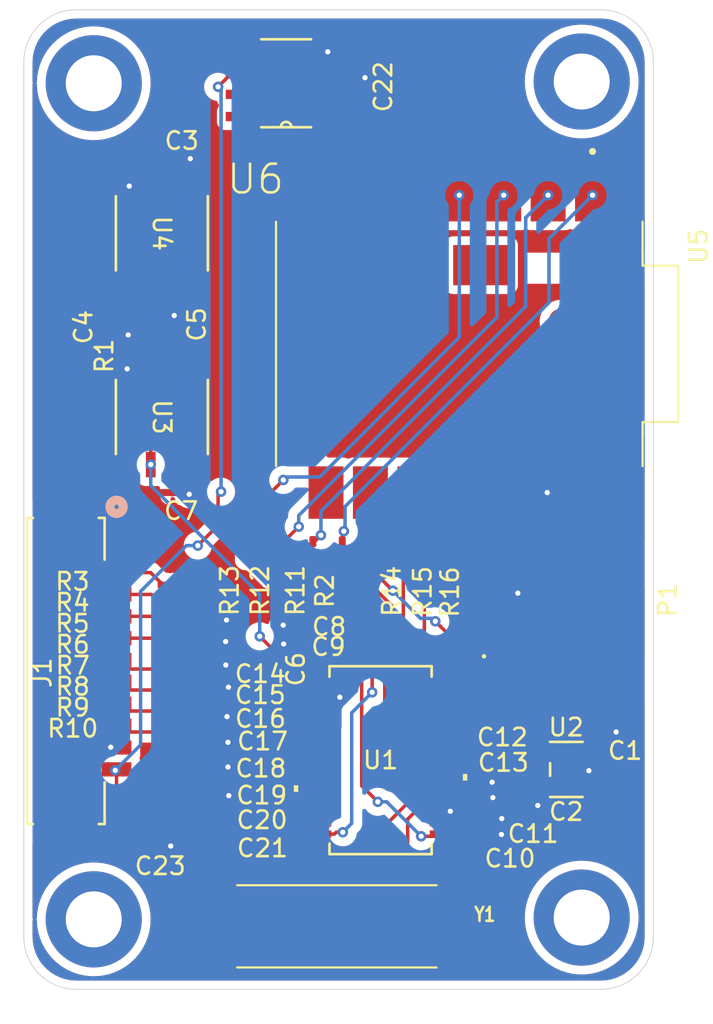
<source format=kicad_pcb>
(kicad_pcb (version 20240108) (generator "pcbnew") (generator_version "8.0")
  (layers (0 "F.Cu" signal) (31 "B.Cu" signal) (34 "B.Paste" user) (35 "F.Paste" user) (36 "B.SilkS" user "B.Silkscreen") (37 "F.SilkS" user "F.Silkscreen") (38 "B.Mask" user) (39 "F.Mask" user) (44 "Edge.Cuts" user))
  (net 0 "")
  (net 1 "Earth")
  (net 2 "5VCC")
  (net 3 "REF3.3")
  (net 4 "Net-(U4-TRIM{slash}NR)")
  (net 5 "Net-(U3-IN+)")
  (net 6 "REF2.5")
  (net 7 "/XTAL1")
  (net 8 "/XTAL2")
  (net 9 "/S1+")
  (net 10 "/S1-")
  (net 11 "/S2+")
  (net 12 "/S2-")
  (net 13 "/S3+")
  (net 14 "/S3-")
  (net 15 "/S4+")
  (net 16 "/S4-")
  (net 17 "5BVCC")
  (net 18 "Net-(J1-Pad3)")
  (net 19 "Net-(J1-Pad4)")
  (net 20 "Net-(J1-Pad5)")
  (net 21 "Net-(J1-Pad1)")
  (net 22 "Net-(J1-Pad6)")
  (net 23 "Net-(J1-Pad7)")
  (net 24 "Net-(J1-Pad8)")
  (net 25 "Net-(J1-Pad2)")
  (net 26 "Net-(U4-VOUT)")
  (net 27 "Net-(U5-A0{slash}D0)")
  (net 28 "/DRDY")
  (net 29 "Net-(U5-A1{slash}D1)")
  (net 30 "/CS")
  (net 31 "/SYNC{slash}PDWN")
  (net 32 "Net-(U5-A2{slash}D2)")
  (net 33 "Net-(U5-A3{slash}D3)")
  (net 34 "/RESET")
  (net 35 "Net-(U5-D8{slash}SCK)")
  (net 36 "/SCLK")
  (net 37 "Net-(U5-D9{slash}MISO)")
  (net 38 "/DOUT")
  (net 39 "/DIN")
  (net 40 "Net-(U5-D10{slash}MOSI)")
  (footprint "daFootprints:ADP151AUJZ-3P0-R7" (layer "F.Cu") (at 201.02 123.43 180)
    (property "Reference" "U2")
    (property "Value" "ADP151AUJZ-3.0-R7" (hide yes))
  )
  (footprint "Capacitor_SMD:C_0201_0603Metric_Pad0.64x0.40mm_HandSolder" (layer "F.Cu") (at 181.1475 116.2)
    (property "Reference" "C15")
    (property "Value" "1u")
  )
  (footprint "daFootprintsBX:SOIC127P600X175-8N" (layer "F.Cu") (at 185 84.2 180)
    (property "Reference" "U6")
    (property "Value" "LT1461AIS8-5-PBF" (hide yes))
  )
  (footprint "Resistor_SMD:R_0201_0603Metric_Pad0.64x0.40mm_HandSolder" (layer "F.Cu") (at 182.77 110.81 90)
    (property "Reference" "R13")
    (property "Value" "100")
  )
  (footprint "Resistor_SMD:R_0201_0603Metric_Pad0.64x0.40mm_HandSolder" (layer "F.Cu") (at 178.39 118.89)
    (property "Reference" "R8")
    (property "Value" "1k")
  )
  (footprint "Resistor_SMD:R_0201_0603Metric_Pad0.64x0.40mm_HandSolder" (layer "F.Cu") (at 177.3 98 -90)
    (property "Reference" "R1")
    (property "Value" "10k")
  )
  (footprint "Capacitor_SMD:C_0201_0603Metric_Pad0.64x0.40mm_HandSolder" (layer "F.Cu") (at 185.3875 116.29)
    (property "Reference" "C9")
    (property "Value" "100n")
  )
  (footprint "Capacitor_SMD:C_0201_0603Metric_Pad0.64x0.40mm_HandSolder" (layer "F.Cu") (at 203.32 121.38 180)
    (property "Reference" "C1")
    (property "Value" "1u")
  )
  (footprint "daFootprints:XTAL_ABLS-8.000MHZ-K4T" (layer "F.Cu") (at 187.9 132.4 180)
    (property "Reference" "Y1")
    (property "Value" "ABLS-8MHZ-K4T" (hide yes))
  )
  (footprint "Capacitor_SMD:C_0201_0603Metric_Pad0.64x0.40mm_HandSolder" (layer "F.Cu") (at 179 107.6 180)
    (property "Reference" "C7")
    (property "Value" "100n")
  )
  (footprint "Capacitor_SMD:C_0201_0603Metric_Pad0.64x0.40mm_HandSolder" (layer "F.Cu") (at 185.4225 115.14)
    (property "Reference" "C8")
    (property "Value" "10u")
  )
  (footprint "Resistor_SMD:R_0201_0603Metric_Pad0.64x0.40mm_HandSolder" (layer "F.Cu") (at 193.26 110.9 -90)
    (property "Reference" "R16")
    (property "Value" "100")
  )
  (footprint "MountingHole:MountingHole_3.2mm_M3_ISO14580_Pad_TopBottom" (layer "F.Cu") (at 174 84.2)
    (property "Reference" "H2" (hide yes))
    (property "Value" "MountingHole" (hide yes))
  )
  (footprint "daFootprintsBX:JST_S2B-PH-SM4-TB" (layer "F.Cu") (at 197.915 115.06 -90)
    (property "Reference" "P1")
    (property "Value" "S2B-PH-SM4-TB")
  )
  (footprint "MountingHole:MountingHole_3.2mm_M3_ISO14580_Pad_TopBottom" (layer "F.Cu") (at 201.9 131.9)
    (property "Reference" "H4" (hide yes))
    (property "Value" "MountingHole" (hide yes))
  )
  (footprint "MountingHole:MountingHole_3.2mm_M3_ISO14580_Pad_TopBottom" (layer "F.Cu") (at 201.9 84.1)
    (property "Reference" "H1" (hide yes))
    (property "Value" "MountingHole" (hide yes))
  )
  (footprint "Capacitor_SMD:C_0201_0603Metric_Pad0.64x0.40mm_HandSolder" (layer "F.Cu") (at 179 88.5 180)
    (property "Reference" "C3")
    (property "Value" "1u")
  )
  (footprint "daFootprints:OPA350UA" (layer "F.Cu") (at 177.895 103.278652 -90)
    (property "Reference" "U3")
    (property "Value" "OPA350UA" (hide yes))
  )
  (footprint "daFootprints:CONN_532610001" (layer "F.Cu") (at 172.4 117.8 90)
    (property "Reference" "J1")
    (property "Value" "532611071")
  )
  (footprint "Capacitor_SMD:C_0201_0603Metric_Pad0.64x0.40mm_HandSolder" (layer "F.Cu") (at 177.8 127.9 180)
    (property "Reference" "C23")
    (property "Value" "1u")
  )
  (footprint "Capacitor_SMD:C_0201_0603Metric_Pad0.64x0.40mm_HandSolder" (layer "F.Cu") (at 181.27 124.96)
    (property "Reference" "C21")
    (property "Value" "1u")
  )
  (footprint "Resistor_SMD:R_0201_0603Metric_Pad0.64x0.40mm_HandSolder" (layer "F.Cu") (at 178.39 117.69)
    (property "Reference" "R7")
    (property "Value" "1k")
  )
  (footprint "Resistor_SMD:R_0201_0603Metric_Pad0.64x0.40mm_HandSolder" (layer "F.Cu") (at 189.93 110.85 -90)
    (property "Reference" "R14")
    (property "Value" "100")
  )
  (footprint "Capacitor_SMD:C_0201_0603Metric_Pad0.64x0.40mm_HandSolder" (layer "F.Cu") (at 196.8325 127.07 180)
    (property "Reference" "C10")
    (property "Value" "10u")
  )
  (footprint "Capacitor_SMD:C_0201_0603Metric_Pad0.64x0.40mm_HandSolder" (layer "F.Cu") (at 181.28 118.85)
    (property "Reference" "C17")
    (property "Value" "1u")
  )
  (footprint "MountingHole:MountingHole_3.2mm_M3_ISO14580_Pad_TopBottom" (layer "F.Cu") (at 174 132)
    (property "Reference" "H3" (hide yes))
    (property "Value" "MountingHole" (hide yes))
  )
  (footprint "Capacitor_SMD:C_0201_0603Metric_Pad0.64x0.40mm_HandSolder" (layer "F.Cu") (at 196.8425 126.11 180)
    (property "Reference" "C11")
    (property "Value" "100n")
  )
  (footprint "Resistor_SMD:R_0201_0603Metric_Pad0.64x0.40mm_HandSolder" (layer "F.Cu") (at 178.39 120.09)
    (property "Reference" "R9")
    (property "Value" "1k")
  )
  (footprint "Capacitor_SMD:C_0201_0603Metric_Pad0.64x0.40mm_HandSolder" (layer "F.Cu") (at 181.25 123.35)
    (property "Reference" "C20")
    (property "Value" "1u")
  )
  (footprint "daFootprints:102010448" (layer "F.Cu") (at 194.9 99.1 -90)
    (property "Reference" "U5")
    (property "Value" "102010448" (hide yes))
  )
  (footprint "Resistor_SMD:R_0201_0603Metric_Pad0.64x0.40mm_HandSolder" (layer "F.Cu") (at 188.21 110.83 90)
    (property "Reference" "R2")
    (property "Value" "100")
  )
  (footprint "Resistor_SMD:R_0201_0603Metric_Pad0.64x0.40mm_HandSolder" (layer "F.Cu") (at 191.7 110.87 -90)
    (property "Reference" "R15")
    (property "Value" "100")
  )
  (footprint "Capacitor_SMD:C_0201_0603Metric_Pad0.64x0.40mm_HandSolder" (layer "F.Cu") (at 185.19 120.09 -90)
    (property "Reference" "C6")
    (property "Value" "100n")
  )
  (footprint "Capacitor_SMD:C_0201_0603Metric_Pad0.64x0.40mm_HandSolder" (layer "F.Cu") (at 189.5 84.4 -90)
    (property "Reference" "C22")
    (property "Value" "1u")
  )
  (footprint "Resistor_SMD:R_0201_0603Metric_Pad0.64x0.40mm_HandSolder" (layer "F.Cu") (at 178.375 112.89)
    (property "Reference" "R3")
    (property "Value" "1k")
  )
  (footprint "Capacitor_SMD:C_0201_0603Metric_Pad0.64x0.40mm_HandSolder" (layer "F.Cu") (at 181.16 117.56)
    (property "Reference" "C16")
    (property "Value" "1u")
  )
  (footprint "Capacitor_SMD:C_0201_0603Metric_Pad0.64x0.40mm_HandSolder" (layer "F.Cu") (at 196.3 125.01 180)
    (property "Reference" "C13")
    (property "Value" "18p")
  )
  (footprint "Resistor_SMD:R_0201_0603Metric_Pad0.64x0.40mm_HandSolder" (layer "F.Cu") (at 178.375 114.09)
    (property "Reference" "R4")
    (property "Value" "1k")
  )
  (footprint "Capacitor_SMD:C_0201_0603Metric_Pad0.64x0.40mm_HandSolder" (layer "F.Cu") (at 181.18 120.4)
    (property "Reference" "C18")
    (property "Value" "1u")
  )
  (footprint "Resistor_SMD:R_0201_0603Metric_Pad0.64x0.40mm_HandSolder" (layer "F.Cu") (at 178.3825 116.49)
    (property "Reference" "R6")
    (property "Value" "1k")
  )
  (footprint "Resistor_SMD:R_0201_0603Metric_Pad0.64x0.40mm_HandSolder" (layer "F.Cu") (at 186.53 110.81 90)
    (property "Reference" "R11")
    (property "Value" "100")
  )
  (footprint "Resistor_SMD:R_0201_0603Metric_Pad0.64x0.40mm_HandSolder" (layer "F.Cu") (at 178.375 115.29)
    (property "Reference" "R5")
    (property "Value" "1k")
  )
  (footprint "Capacitor_SMD:C_0201_0603Metric_Pad0.64x0.40mm_HandSolder" (layer "F.Cu") (at 181.1475 115)
    (property "Reference" "C14")
    (property "Value" "1u")
  )
  (footprint "daFootprints:REF5025AIDR" (layer "F.Cu") (at 177.895 92.778652 -90)
    (property "Reference" "U4")
    (property "Value" "REF5025AIDR" (hide yes))
  )
  (footprint "Capacitor_SMD:C_0201_0603Metric_Pad0.64x0.40mm_HandSolder" (layer "F.Cu") (at 178.6 98 -90)
    (property "Reference" "C5")
    (property "Value" "1u")
  )
  (footprint "Capacitor_SMD:C_0201_0603Metric_Pad0.64x0.40mm_HandSolder" (layer "F.Cu") (at 196.32 124.17 180)
    (property "Reference" "C12")
    (property "Value" "18p")
  )
  (footprint "Resistor_SMD:R_0201_0603Metric_Pad0.64x0.40mm_HandSolder" (layer "F.Cu") (at 184.51 110.81 90)
    (property "Reference" "R12")
    (property "Value" "100")
  )
  (footprint "daFootprints:ADS1256IDBR" (layer "F.Cu") (at 190.4 122.9)
    (property "Reference" "U1")
    (property "Value" "ADS1256IDBR" (hide yes))
  )
  (footprint "Capacitor_SMD:C_0201_0603Metric_Pad0.64x0.40mm_HandSolder" (layer "F.Cu") (at 198.91 125.54 180)
    (property "Reference" "C2")
    (property "Value" "1u")
  )
  (footprint "Resistor_SMD:R_0201_0603Metric_Pad0.64x0.40mm_HandSolder" (layer "F.Cu") (at 178.39 121.29)
    (property "Reference" "R10")
    (property "Value" "1k")
  )
  (footprint "Capacitor_SMD:C_0201_0603Metric_Pad0.64x0.40mm_HandSolder" (layer "F.Cu") (at 176 98 90)
    (property "Reference" "C4")
    (property "Value" "1u")
  )
  (footprint "Capacitor_SMD:C_0201_0603Metric_Pad0.64x0.40mm_HandSolder" (layer "F.Cu") (at 181.23 121.94)
    (property "Reference" "C19")
    (property "Value" "1u")
  )
  (gr_arc (start 173 136) (mid 170.87868 135.12132) (end 170 133) (stroke (width 0.05)) (layer "Edge.Cuts"))
  (gr_line (start 206 83) (end 206 133) (stroke (width 0.05)) (layer "Edge.Cuts"))
  (gr_line (start 173 80) (end 203 80) (stroke (width 0.05)) (layer "Edge.Cuts"))
  (gr_line (start 203 136) (end 173 136) (stroke (width 0.05)) (layer "Edge.Cuts"))
  (gr_arc (start 203 80) (mid 205.12132 80.87868) (end 206 83) (stroke (width 0.05)) (layer "Edge.Cuts"))
  (gr_line (start 170 133) (end 170 83) (stroke (width 0.05)) (layer "Edge.Cuts"))
  (gr_arc (start 170 83) (mid 170.87868 80.87868) (end 173 80) (stroke (width 0.05)) (layer "Edge.Cuts"))
  (gr_arc (start 206 133) (mid 205.12132 135.12132) (end 203 136) (stroke (width 0.05)) (layer "Edge.Cuts"))
  (segment (start 187.395 119.975) (end 188.07 119.3) (width 0.2) (layer "F.Cu") (net 1))
  (segment (start 186.7678 121.274999) (end 187.787699 121.274999) (width 0.2) (layer "F.Cu") (net 1))
  (segment (start 185.19 119.6825) (end 186.4753 119.6825) (width 0.2) (layer "F.Cu") (net 1))
  (segment (start 188.07 120.992698) (end 188.07 119.3) (width 0.2) (layer "F.Cu") (net 1))
  (segment (start 188.044999 119.325001) (end 188.07 119.3) (width 0.2) (layer "F.Cu") (net 1))
  (segment (start 186.7678 119.325001) (end 188.044999 119.325001) (width 0.2) (layer "F.Cu") (net 1))
  (segment (start 186.4753 119.6825) (end 186.7678 119.975) (width 0.2) (layer "F.Cu") (net 1))
  (segment (start 186.7678 119.975) (end 187.395 119.975) (width 0.2) (layer "F.Cu") (net 1))
  (segment (start 187.787699 121.274999) (end 188.07 120.992698) (width 0.2) (layer "F.Cu") (net 1))
  (via blind (at 199.39 125.49) (size 0.6) (drill 0.3) (layers "F.Cu" "B.Cu") (net 1))
  (via blind (at 174.97 122.16) (size 0.6) (drill 0.3) (layers "F.Cu" "B.Cu") (net 1))
  (via blind (at 181.7025 118.73) (size 0.6) (drill 0.3) (layers "F.Cu" "B.Cu") (net 1))
  (via blind (at 181.6725 121.88) (size 0.6) (drill 0.3) (layers "F.Cu" "B.Cu") (net 1))
  (via blind (at 199.93 107.6) (size 0.6) (drill 0.3) (layers "F.Cu" "B.Cu") (net 1))
  (via blind (at 184.8575 116.26) (size 0.6) (drill 0.3) (layers "F.Cu" "B.Cu") (net 1))
  (via blind (at 181.54 116.12) (size 0.6) (drill 0.3) (layers "F.Cu" "B.Cu") (net 1))
  (via blind (at 181.7225 124.93) (size 0.6) (drill 0.3) (layers "F.Cu" "B.Cu") (net 1))
  (via blind (at 178.4 127.81) (size 0.6) (drill 0.3) (layers "F.Cu" "B.Cu") (net 1))
  (via blind (at 194.39 125.82) (size 0.6) (drill 0.3) (layers "F.Cu" "B.Cu") (net 1))
  (via blind (at 188.07 119.3) (size 0.6) (drill 0.3) (layers "F.Cu" "B.Cu") (net 1))
  (via blind (at 189.51 83.88) (size 0.6) (drill 0.3) (layers "F.Cu" "B.Cu") (net 1))
  (via blind (at 181.5525 117.46) (size 0.6) (drill 0.3) (layers "F.Cu" "B.Cu") (net 1))
  (via blind (at 181.6725 123.29) (size 0.6) (drill 0.3) (layers "F.Cu" "B.Cu") (net 1))
  (via blind (at 178.6 97.48) (size 0.6) (drill 0.3) (layers "F.Cu" "B.Cu") (net 1))
  (via blind (at 176.03 90.08) (size 0.6) (drill 0.3) (layers "F.Cu" "B.Cu") (net 1))
  (via blind (at 196.78 124.16) (size 0.6) (drill 0.3) (layers "F.Cu" "B.Cu") (net 1))
  (via blind (at 179.52 88.51) (size 0.6) (drill 0.3) (layers "F.Cu" "B.Cu") (net 1))
  (via blind (at 175.91 100.53) (size 0.6) (drill 0.3) (layers "F.Cu" "B.Cu") (net 1))
  (via blind (at 187.38 82.4) (size 0.6) (drill 0.3) (layers "F.Cu" "B.Cu") (net 1))
  (via blind (at 196.82 125.04) (size 0.6) (drill 0.3) (layers "F.Cu" "B.Cu") (net 1))
  (via blind (at 197.33 126.24) (size 0.6) (drill 0.3) (layers "F.Cu" "B.Cu") (net 1))
  (via blind (at 179.46 107.7) (size 0.6) (drill 0.3) (layers "F.Cu" "B.Cu") (net 1))
  (via blind (at 181.59 114.89) (size 0.6) (drill 0.3) (layers "F.Cu" "B.Cu") (net 1))
  (via blind (at 175.97 98.59) (size 0.6) (drill 0.3) (layers "F.Cu" "B.Cu") (net 1))
  (via blind (at 184.8325 115.18) (size 0.6) (drill 0.3) (layers "F.Cu" "B.Cu") (net 1))
  (via blind (at 181.619039 120.409428) (size 0.6) (drill 0.3) (layers "F.Cu" "B.Cu") (net 1))
  (via blind (at 198.25 113.35) (size 0.6) (drill 0.3) (layers "F.Cu" "B.Cu") (net 1))
  (via blind (at 197.31 127.15) (size 0.6) (drill 0.3) (layers "F.Cu" "B.Cu") (net 1))
  (via blind (at 202.31 123.5) (size 0.6) (drill 0.3) (layers "F.Cu" "B.Cu") (net 1))
  (via blind (at 203.87 121.29) (size 0.6) (drill 0.3) (layers "F.Cu" "B.Cu") (net 1))
  (segment (start 196.425 127.07) (end 196.425 126.12) (width 0.2) (layer "F.Cu") (net 3))
  (segment (start 196.435 126.039044) (end 196.934044 125.54) (width 0.2) (layer "F.Cu") (net 3))
  (segment (start 196.934044 125.54) (end 198.5025 125.54) (width 0.2) (layer "F.Cu") (net 3))
  (segment (start 196.435 126.11) (end 196.435 126.039044) (width 0.2) (layer "F.Cu") (net 3))
  (segment (start 198.5025 125.469044) (end 198.5025 125.54) (width 0.2) (layer "F.Cu") (net 3))
  (segment (start 194.0322 126.474999) (end 196.070001 126.474999) (width 0.2) (layer "F.Cu") (net 3))
  (segment (start 196.070001 126.474999) (end 196.435 126.11) (width 0.2) (layer "F.Cu") (net 3))
  (segment (start 199.746449 124.380001) (end 199.591543 124.380001) (width 0.2) (layer "F.Cu") (net 3))
  (segment (start 199.591543 124.380001) (end 198.5025 125.469044) (width 0.2) (layer "F.Cu") (net 3))
  (segment (start 196.425 126.12) (end 196.435 126.11) (width 0.2) (layer "F.Cu") (net 3))
  (segment (start 175.99 97.5825) (end 176 97.5925) (width 0.2) (layer "F.Cu") (net 4))
  (segment (start 175.99 95.5) (end 175.99 97.5825) (width 0.2) (layer "F.Cu") (net 4))
  (segment (start 177.26 100.557304) (end 177.26 98.4475) (width 0.2) (layer "F.Cu") (net 5))
  (segment (start 177.3 98.4075) (end 178.6 98.4075) (width 0.2) (layer "F.Cu") (net 5))
  (segment (start 177.26 98.4475) (end 177.3 98.4075) (width 0.2) (layer "F.Cu") (net 5))
  (segment (start 185.119044 120.4975) (end 184.16 119.538456) (width 0.2) (layer "F.Cu") (net 6))
  (segment (start 185.19 120.4975) (end 186.640299 120.4975) (width 0.2) (layer "F.Cu") (net 6))
  (segment (start 178.53 103.35) (end 178.53 100.557304) (width 0.2) (layer "F.Cu") (net 6))
  (segment (start 184.16 119.538456) (end 184.16 116.49) (width 0.2) (layer "F.Cu") (net 6))
  (segment (start 186.640299 120.4975) (end 186.7678 120.625001) (width 0.2) (layer "F.Cu") (net 6))
  (segment (start 184.16 116.49) (end 183.49 115.82) (width 0.2) (layer "F.Cu") (net 6))
  (segment (start 177.26 104.62) (end 178.53 103.35) (width 0.2) (layer "F.Cu") (net 6))
  (segment (start 177.26 106) (end 177.26 104.62) (width 0.2) (layer "F.Cu") (net 6))
  (segment (start 178.47 100.617304) (end 178.53 100.557304) (width 0.2) (layer "F.Cu") (net 6))
  (segment (start 185.19 120.4975) (end 185.119044 120.4975) (width 0.2) (layer "F.Cu") (net 6))
  (via blind (at 183.49 115.82) (size 0.6) (drill 0.3) (layers "F.Cu" "B.Cu") (net 6))
  (via blind (at 177.26 106) (size 0.6) (drill 0.3) (layers "F.Cu" "B.Cu") (net 6))
  (segment (start 183.49 115.82) (end 183.49 113.43) (width 0.2) (layer "B.Cu") (net 6))
  (segment (start 183.49 113.43) (end 177.26 107.2) (width 0.2) (layer "B.Cu") (net 6))
  (segment (start 177.26 107.2) (end 177.26 106) (width 0.2) (layer "B.Cu") (net 6))
  (segment (start 192.774999 124.525001) (end 194.0322 124.525001) (width 0.2) (layer "F.Cu") (net 7))
  (segment (start 195.9125 124.17) (end 195.557499 124.525001) (width 0.2) (layer "F.Cu") (net 7))
  (segment (start 195.557499 124.525001) (end 194.0322 124.525001) (width 0.2) (layer "F.Cu") (net 7))
  (segment (start 183.15 132.4) (end 184.9 132.4) (width 0.2) (layer "F.Cu") (net 7))
  (segment (start 184.9 132.4) (end 192.774999 124.525001) (width 0.2) (layer "F.Cu") (net 7))
  (segment (start 195.8925 125.01) (end 195.727501 125.174999) (width 0.2) (layer "F.Cu") (net 8))
  (segment (start 192.65 132.4) (end 191.95 131.7) (width 0.2) (layer "F.Cu") (net 8))
  (segment (start 191.95 126.271801) (end 193.046802 125.174999) (width 0.2) (layer "F.Cu") (net 8))
  (segment (start 191.95 131.7) (end 191.95 126.271801) (width 0.2) (layer "F.Cu") (net 8))
  (segment (start 195.727501 125.174999) (end 194.0322 125.174999) (width 0.2) (layer "F.Cu") (net 8))
  (segment (start 193.046802 125.174999) (end 194.0322 125.174999) (width 0.2) (layer "F.Cu") (net 8))
  (segment (start 183.76 117.49) (end 183.76 119.953456) (width 0.2) (layer "F.Cu") (net 9))
  (segment (start 180.74 115) (end 180.74 115.08) (width 0.2) (layer "F.Cu") (net 9))
  (segment (start 178.7825 113.0425) (end 178.7825 112.89) (width 0.2) (layer "F.Cu") (net 9))
  (segment (start 181.77 115.5) (end 183.76 117.49) (width 0.2) (layer "F.Cu") (net 9))
  (segment (start 180.74 115) (end 178.7825 113.0425) (width 0.2) (layer "F.Cu") (net 9))
  (segment (start 181.16 115.5) (end 181.77 115.5) (width 0.2) (layer "F.Cu") (net 9))
  (segment (start 185.731545 121.925001) (end 186.7678 121.925001) (width 0.2) (layer "F.Cu") (net 9))
  (segment (start 183.76 119.953456) (end 185.731545 121.925001) (width 0.2) (layer "F.Cu") (net 9))
  (segment (start 180.74 115.08) (end 181.16 115.5) (width 0.2) (layer "F.Cu") (net 9))
  (segment (start 180.74 116.2) (end 180.74 116.399999) (width 0.2) (layer "F.Cu") (net 10))
  (segment (start 181.83 116.86) (end 183.36 118.39) (width 0.2) (layer "F.Cu") (net 10))
  (segment (start 185.782399 122.574999) (end 186.7678 122.574999) (width 0.2) (layer "F.Cu") (net 10))
  (segment (start 180.74 116.399999) (end 181.200001 116.86) (width 0.2) (layer "F.Cu") (net 10))
  (segment (start 183.36 120.1526) (end 185.782399 122.574999) (width 0.2) (layer "F.Cu") (net 10))
  (segment (start 180.74 116.2) (end 178.7825 114.2425) (width 0.2) (layer "F.Cu") (net 10))
  (segment (start 183.36 118.39) (end 183.36 120.1526) (width 0.2) (layer "F.Cu") (net 10))
  (segment (start 181.200001 116.86) (end 181.83 116.86) (width 0.2) (layer "F.Cu") (net 10))
  (segment (start 178.7825 114.2425) (end 178.7825 114.09) (width 0.2) (layer "F.Cu") (net 10))
  (segment (start 180.7525 117.56) (end 178.7825 115.59) (width 0.2) (layer "F.Cu") (net 11))
  (segment (start 180.95 118.13) (end 180.7525 117.9325) (width 0.2) (layer "F.Cu") (net 11))
  (segment (start 185.7824 123.224998) (end 182.88 120.322598) (width 0.2) (layer "F.Cu") (net 11))
  (segment (start 178.7825 115.59) (end 178.7825 115.29) (width 0.2) (layer "F.Cu") (net 11))
  (segment (start 186.7678 123.224998) (end 185.7824 123.224998) (width 0.2) (layer "F.Cu") (net 11))
  (segment (start 182.88 119.058971) (end 181.951029 118.13) (width 0.2) (layer "F.Cu") (net 11))
  (segment (start 181.951029 118.13) (end 180.95 118.13) (width 0.2) (layer "F.Cu") (net 11))
  (segment (start 180.7525 117.9325) (end 180.7525 117.56) (width 0.2) (layer "F.Cu") (net 11))
  (segment (start 182.88 120.322598) (end 182.88 119.058971) (width 0.2) (layer "F.Cu") (net 11))
  (segment (start 182.48 120.25) (end 182.48 120.607098) (width 0.2) (layer "F.Cu") (net 12))
  (segment (start 180.8725 118.920956) (end 181.760972 119.809428) (width 0.2) (layer "F.Cu") (net 12))
  (segment (start 181.760972 119.809428) (end 182.039428 119.809428) (width 0.2) (layer "F.Cu") (net 12))
  (segment (start 182.48 120.607098) (end 185.747901 123.874999) (width 0.2) (layer "F.Cu") (net 12))
  (segment (start 178.79 116.7675) (end 178.79 116.49) (width 0.2) (layer "F.Cu") (net 12))
  (segment (start 185.747901 123.874999) (end 186.7678 123.874999) (width 0.2) (layer "F.Cu") (net 12))
  (segment (start 180.8725 118.85) (end 180.8725 118.920956) (width 0.2) (layer "F.Cu") (net 12))
  (segment (start 182.039428 119.809428) (end 182.48 120.25) (width 0.2) (layer "F.Cu") (net 12))
  (segment (start 180.8725 118.85) (end 178.79 116.7675) (width 0.2) (layer "F.Cu") (net 12))
  (segment (start 182.537402 121.28) (end 185.7824 124.524998) (width 0.2) (layer "F.Cu") (net 13))
  (segment (start 180.7725 120.599999) (end 181.452501 121.28) (width 0.2) (layer "F.Cu") (net 13))
  (segment (start 178.7975 117.9675) (end 178.7975 117.69) (width 0.2) (layer "F.Cu") (net 13))
  (segment (start 185.7824 124.524998) (end 186.7678 124.524998) (width 0.2) (layer "F.Cu") (net 13))
  (segment (start 180.7725 120.4) (end 180.7725 120.599999) (width 0.2) (layer "F.Cu") (net 13))
  (segment (start 180.7725 119.9425) (end 178.7975 117.9675) (width 0.2) (layer "F.Cu") (net 13))
  (segment (start 181.452501 121.28) (end 182.537402 121.28) (width 0.2) (layer "F.Cu") (net 13))
  (segment (start 180.7725 120.4) (end 180.7725 119.9425) (width 0.2) (layer "F.Cu") (net 13))
  (segment (start 185.866715 125.174999) (end 186.7678 125.174999) (width 0.2) (layer "F.Cu") (net 14))
  (segment (start 180.155 120.2475) (end 178.7975 118.89) (width 0.2) (layer "F.Cu") (net 14))
  (segment (start 180.8225 121.94) (end 180.8225 122.010956) (width 0.2) (layer "F.Cu") (net 14))
  (segment (start 180.8225 121.94) (end 180.155 121.2725) (width 0.2) (layer "F.Cu") (net 14))
  (segment (start 183.381716 122.69) (end 185.866715 125.174999) (width 0.2) (layer "F.Cu") (net 14))
  (segment (start 181.501544 122.69) (end 183.381716 122.69) (width 0.2) (layer "F.Cu") (net 14))
  (segment (start 180.155 121.2725) (end 180.155 120.2475) (width 0.2) (layer "F.Cu") (net 14))
  (segment (start 180.8225 122.010956) (end 181.501544 122.69) (width 0.2) (layer "F.Cu") (net 14))
  (segment (start 181.751544 124.33) (end 184.287402 124.33) (width 0.2) (layer "F.Cu") (net 15))
  (segment (start 185.7824 125.824998) (end 186.7678 125.824998) (width 0.2) (layer "F.Cu") (net 15))
  (segment (start 184.287402 124.33) (end 185.7824 125.824998) (width 0.2) (layer "F.Cu") (net 15))
  (segment (start 180.8425 123.35) (end 180.8425 123.420956) (width 0.2) (layer "F.Cu") (net 15))
  (segment (start 179.415 121.9225) (end 179.415 120.7075) (width 0.2) (layer "F.Cu") (net 15))
  (segment (start 179.415 120.7075) (end 178.7975 120.09) (width 0.2) (layer "F.Cu") (net 15))
  (segment (start 180.8425 123.420956) (end 181.751544 124.33) (width 0.2) (layer "F.Cu") (net 15))
  (segment (start 180.8425 123.35) (end 179.415 121.9225) (width 0.2) (layer "F.Cu") (net 15))
  (segment (start 180.8625 124.96) (end 180.8625 125.030956) (width 0.2) (layer "F.Cu") (net 16))
  (segment (start 178.7975 122.895) (end 178.7975 121.29) (width 0.2) (layer "F.Cu") (net 16))
  (segment (start 182.306543 126.474999) (end 186.7678 126.474999) (width 0.2) (layer "F.Cu") (net 16))
  (segment (start 180.8625 124.96) (end 178.7975 122.895) (width 0.2) (layer "F.Cu") (net 16))
  (segment (start 180.8625 125.030956) (end 182.306543 126.474999) (width 0.2) (layer "F.Cu") (net 16))
  (segment (start 179.948554 110.631446) (end 181.11 109.47) (width 0.2) (layer "F.Cu") (net 17))
  (segment (start 181.11 84.4039) (end 181.9489 83.565) (width 0.2) (layer "F.Cu") (net 17))
  (segment (start 181.11 107.72) (end 181.28 107.55) (width 0.2) (layer "F.Cu") (net 17))
  (segment (start 181.11 109.47) (end 181.11 107.72) (width 0.2) (layer "F.Cu") (net 17))
  (segment (start 177.3925 127.9) (end 175.3045 125.812) (width 0.2) (layer "F.Cu") (net 17))
  (segment (start 181.9489 83.565) (end 182.5362 83.565) (width 0.2) (layer "F.Cu") (net 17))
  (segment (start 175.3045 125.812) (end 175.3045 123.425) (width 0.2) (layer "F.Cu") (net 17))
  (via blind (at 179.948554 110.631446) (size 0.6) (drill 0.3) (layers "F.Cu" "B.Cu") (net 17))
  (via blind (at 175.23 123.48) (size 0.6) (drill 0.3) (layers "F.Cu" "B.Cu") (net 17))
  (via blind (at 181.11 84.4039) (size 0.6) (drill 0.3) (layers "F.Cu" "B.Cu") (net 17))
  (via blind (at 181.28 107.55) (size 0.6) (drill 0.3) (layers "F.Cu" "B.Cu") (net 17))
  (segment (start 181.28 107.55) (end 181.28 84.5739) (width 0.2) (layer "B.Cu") (net 17))
  (segment (start 179.298554 110.631446) (end 176.68 113.25) (width 0.2) (layer "B.Cu") (net 17))
  (segment (start 176.68 122.03) (end 175.23 123.48) (width 0.2) (layer "B.Cu") (net 17))
  (segment (start 181.28 84.5739) (end 181.11 84.4039) (width 0.2) (layer "B.Cu") (net 17))
  (segment (start 176.68 113.25) (end 176.68 122.03) (width 0.2) (layer "B.Cu") (net 17))
  (segment (start 179.948554 110.631446) (end 179.298554 110.631446) (width 0.2) (layer "B.Cu") (net 17))
  (segment (start 177.3525 114.675) (end 175.3045 114.675) (width 0.2) (layer "F.Cu") (net 18))
  (segment (start 177.9675 115.29) (end 177.3525 114.675) (width 0.2) (layer "F.Cu") (net 18))
  (segment (start 177.975 116.49) (end 177.41 115.925) (width 0.2) (layer "F.Cu") (net 19))
  (segment (start 177.41 115.925) (end 175.3045 115.925) (width 0.2) (layer "F.Cu") (net 19))
  (segment (start 175.8195 117.69) (end 175.3045 117.175) (width 0.2) (layer "F.Cu") (net 20))
  (segment (start 177.9825 117.69) (end 175.8195 117.69) (width 0.2) (layer "F.Cu") (net 20))
  (segment (start 177.9675 112.89) (end 177.2525 112.175) (width 0.2) (layer "F.Cu") (net 21))
  (segment (start 177.2525 112.175) (end 175.3045 112.175) (width 0.2) (layer "F.Cu") (net 21))
  (segment (start 177.9825 118.89) (end 175.7695 118.89) (width 0.2) (layer "F.Cu") (net 22))
  (segment (start 175.7695 118.89) (end 175.3045 118.425) (width 0.2) (layer "F.Cu") (net 22))
  (segment (start 175.7195 120.09) (end 175.3045 119.675) (width 0.2) (layer "F.Cu") (net 23))
  (segment (start 177.9825 120.09) (end 175.7195 120.09) (width 0.2) (layer "F.Cu") (net 23))
  (segment (start 177.9825 121.29) (end 175.6695 121.29) (width 0.2) (layer "F.Cu") (net 24))
  (segment (start 175.6695 121.29) (end 175.3045 120.925) (width 0.2) (layer "F.Cu") (net 24))
  (segment (start 177.3025 113.425) (end 175.3045 113.425) (width 0.2) (layer "F.Cu") (net 25))
  (segment (start 177.9675 114.09) (end 177.3025 113.425) (width 0.2) (layer "F.Cu") (net 25))
  (segment (start 177.26 97.5525) (end 177.3 97.5925) (width 0.2) (layer "F.Cu") (net 26))
  (segment (start 177.26 95.5) (end 177.26 97.5525) (width 0.2) (layer "F.Cu") (net 26))
  (segment (start 188.21 110.4225) (end 188.21 109.9) (width 0.2) (layer "F.Cu") (net 27))
  (segment (start 188.21 109.9) (end 188.3 109.81) (width 0.2) (layer "F.Cu") (net 27))
  (via blind (at 188.3 109.81) (size 0.6) (drill 0.3) (layers "F.Cu" "B.Cu") (net 27))
  (via blind (at 202.52 90.6) (size 0.6) (drill 0.3) (layers "F.Cu" "B.Cu") (net 27))
  (segment (start 188.37 109.74) (end 188.3 109.81) (width 0.2) (layer "B.Cu") (net 27))
  (segment (start 188.37 108.4) (end 188.37 109.74) (width 0.2) (layer "B.Cu") (net 27))
  (segment (start 202.52 90.6) (end 200.03 93.09) (width 0.2) (layer "B.Cu") (net 27))
  (segment (start 200.03 93.09) (end 200.03 96.74) (width 0.2) (layer "B.Cu") (net 27))
  (segment (start 200.03 96.74) (end 188.37 108.4) (width 0.2) (layer "B.Cu") (net 27))
  (segment (start 191.04 121.08) (end 193.185001 123.225001) (width 0.2) (layer "F.Cu") (net 28))
  (segment (start 193.185001 123.225001) (end 194.0322 123.225001) (width 0.2) (layer "F.Cu") (net 28))
  (segment (start 188.21 111.2375) (end 191.04 114.0675) (width 0.2) (layer "F.Cu") (net 28))
  (segment (start 191.04 114.0675) (end 191.04 121.08) (width 0.2) (layer "F.Cu") (net 28))
  (segment (start 186.6275 110.4025) (end 186.99 110.04) (width 0.2) (layer "F.Cu") (net 29))
  (segment (start 199.98 91.51) (end 199.98 90.6) (width 0.2) (layer "F.Cu") (net 29))
  (segment (start 186.53 110.4025) (end 186.6275 110.4025) (width 0.2) (layer "F.Cu") (net 29))
  (via blind (at 186.99 110.04) (size 0.6) (drill 0.3) (layers "F.Cu" "B.Cu") (net 29))
  (via blind (at 199.98 90.6) (size 0.6) (drill 0.3) (layers "F.Cu" "B.Cu") (net 29))
  (segment (start 199.98 90.6) (end 198.7 91.88) (width 0.2) (layer "B.Cu") (net 29))
  (segment (start 186.99 108.673002) (end 186.99 110.04) (width 0.2) (layer "B.Cu") (net 29))
  (segment (start 198.7 91.88) (end 198.7 96.963002) (width 0.2) (layer "B.Cu") (net 29))
  (segment (start 198.7 96.963002) (end 186.99 108.673002) (width 0.2) (layer "B.Cu") (net 29))
  (segment (start 194.0322 123.874999) (end 193.012301 123.874999) (width 0.2) (layer "F.Cu") (net 30))
  (segment (start 193.012301 123.874999) (end 190.64 121.502698) (width 0.2) (layer "F.Cu") (net 30))
  (segment (start 186.53 111.6) (end 186.53 111.2175) (width 0.2) (layer "F.Cu") (net 30))
  (segment (start 190.64 115.71) (end 186.53 111.6) (width 0.2) (layer "F.Cu") (net 30))
  (segment (start 190.64 121.502698) (end 190.64 115.71) (width 0.2) (layer "F.Cu") (net 30))
  (segment (start 189.92 115.76) (end 189.92 119.02) (width 0.2) (layer "F.Cu") (net 31))
  (segment (start 184.51 111.2175) (end 185.3775 111.2175) (width 0.2) (layer "F.Cu") (net 31))
  (segment (start 185.3775 111.2175) (end 189.92 115.76) (width 0.2) (layer "F.Cu") (net 31))
  (segment (start 188.24 127.02) (end 187.858198 127.02) (width 0.2) (layer "F.Cu") (net 31))
  (segment (start 187.7532 127.124998) (end 186.7678 127.124998) (width 0.2) (layer "F.Cu") (net 31))
  (segment (start 187.858198 127.02) (end 187.7532 127.124998) (width 0.2) (layer "F.Cu") (net 31))
  (via blind (at 189.92 119.02) (size 0.6) (drill 0.3) (layers "F.Cu" "B.Cu") (net 31))
  (via blind (at 188.24 127.02) (size 0.6) (drill 0.3) (layers "F.Cu" "B.Cu") (net 31))
  (segment (start 188.75 120.19) (end 189.92 119.02) (width 0.2) (layer "B.Cu") (net 31))
  (segment (start 188.24 127.02) (end 188.75 126.51) (width 0.2) (layer "B.Cu") (net 31))
  (segment (start 188.75 126.51) (end 188.75 120.19) (width 0.2) (layer "B.Cu") (net 31))
  (segment (start 184.8675 110.4025) (end 185.72 109.55) (width 0.2) (layer "F.Cu") (net 32))
  (segment (start 198.251 91.411) (end 197.44 90.6) (width 0.2) (layer "F.Cu") (net 32))
  (segment (start 184.51 110.4025) (end 184.8675 110.4025) (width 0.2) (layer "F.Cu") (net 32))
  (via blind (at 185.72 109.55) (size 0.6) (drill 0.3) (layers "F.Cu" "B.Cu") (net 32))
  (via blind (at 197.44 90.6) (size 0.6) (drill 0.3) (layers "F.Cu" "B.Cu") (net 32))
  (segment (start 197.05 90.99) (end 197.44 90.6) (width 0.2) (layer "B.Cu") (net 32))
  (segment (start 185.72 108.91) (end 197.05 97.58) (width 0.2) (layer "B.Cu") (net 32))
  (segment (start 185.72 109.55) (end 185.72 108.91) (width 0.2) (layer "B.Cu") (net 32))
  (segment (start 197.05 97.58) (end 197.05 90.99) (width 0.2) (layer "B.Cu") (net 32))
  (segment (start 182.77 110.4025) (end 182.77 109.15) (width 0.2) (layer "F.Cu") (net 33))
  (segment (start 182.77 108.95) (end 184.84 106.88) (width 0.2) (layer "F.Cu") (net 33))
  (segment (start 182.77 109.15) (end 182.77 108.95) (width 0.2) (layer "F.Cu") (net 33))
  (segment (start 194.16 91.34) (end 194.9 90.6) (width 0.2) (layer "F.Cu") (net 33))
  (via blind (at 194.9 90.6) (size 0.6) (drill 0.3) (layers "F.Cu" "B.Cu") (net 33))
  (via blind (at 184.84 106.88) (size 0.6) (drill 0.3) (layers "F.Cu" "B.Cu") (net 33))
  (segment (start 191.287866 102.342134) (end 186.92 106.71) (width 0.2) (layer "B.Cu") (net 33))
  (segment (start 191.287866 102.342134) (end 191.287866 102.332134) (width 0.2) (layer "B.Cu") (net 33))
  (segment (start 186.92 106.71) (end 185.01 106.71) (width 0.2) (layer "B.Cu") (net 33))
  (segment (start 185.01 106.71) (end 184.84 106.88) (width 0.2) (layer "B.Cu") (net 33))
  (segment (start 191.287866 102.332134) (end 194.9 98.72) (width 0.2) (layer "B.Cu") (net 33))
  (segment (start 194.9 98.72) (end 194.9 90.6) (width 0.2) (layer "B.Cu") (net 33))
  (segment (start 184.0525 112.5) (end 186.235736 112.5) (width 0.2) (layer "F.Cu") (net 34))
  (segment (start 182.77 111.2175) (end 184.0525 112.5) (width 0.2) (layer "F.Cu") (net 34))
  (segment (start 192.72 127.25) (end 193.9072 127.25) (width 0.2) (layer "F.Cu") (net 34))
  (segment (start 193.9072 127.25) (end 194.0322 127.125) (width 0.2) (layer "F.Cu") (net 34))
  (segment (start 189.32 115.584264) (end 189.32 124.36) (width 0.2) (layer "F.Cu") (net 34))
  (segment (start 186.235736 112.5) (end 189.32 115.584264) (width 0.2) (layer "F.Cu") (net 34))
  (segment (start 189.32 124.36) (end 190.24 125.28) (width 0.2) (layer "F.Cu") (net 34))
  (via blind (at 190.24 125.28) (size 0.6) (drill 0.3) (layers "F.Cu" "B.Cu") (net 34))
  (via blind (at 192.72 127.25) (size 0.6) (drill 0.3) (layers "F.Cu" "B.Cu") (net 34))
  (segment (start 190.75 125.28) (end 192.72 127.25) (width 0.2) (layer "B.Cu") (net 34))
  (segment (start 190.24 125.28) (end 190.75 125.28) (width 0.2) (layer "B.Cu") (net 34))
  (segment (start 189.93 110.4425) (end 189.93 107.71) (width 0.2) (layer "F.Cu") (net 35))
  (segment (start 189.93 107.71) (end 189.82 107.6) (width 0.2) (layer "F.Cu") (net 35))
  (segment (start 195.16 116.59) (end 193.53 114.96) (width 0.2) (layer "F.Cu") (net 36))
  (segment (start 191.1 113.21) (end 189.93 112.04) (width 0.2) (layer "F.Cu") (net 36))
  (segment (start 189.93 112.04) (end 189.93 111.2575) (width 0.2) (layer "F.Cu") (net 36))
  (segment (start 195.16 121.167098) (end 195.16 116.59) (width 0.2) (layer "F.Cu") (net 36))
  (segment (start 195.052099 121.274999) (end 195.16 121.167098) (width 0.2) (layer "F.Cu") (net 36))
  (segment (start 194.0322 121.274999) (end 195.052099 121.274999) (width 0.2) (layer "F.Cu") (net 36))
  (via blind (at 193.53 114.96) (size 0.6) (drill 0.3) (layers "F.Cu" "B.Cu") (net 36))
  (via blind (at 191.1 113.21) (size 0.6) (drill 0.3) (layers "F.Cu" "B.Cu") (net 36))
  (segment (start 193.53 114.96) (end 193.36 114.79) (width 0.2) (layer "B.Cu") (net 36))
  (segment (start 193.36 114.79) (end 192.68 114.79) (width 0.2) (layer "B.Cu") (net 36))
  (segment (start 192.68 114.79) (end 191.1 113.21) (width 0.2) (layer "B.Cu") (net 36))
  (segment (start 191.7 110.4625) (end 191.7 108.26) (width 0.2) (layer "F.Cu") (net 37))
  (segment (start 191.7 108.26) (end 192.36 107.6) (width 0.2) (layer "F.Cu") (net 37))
  (segment (start 193.100685 122.574999) (end 191.7 121.174314) (width 0.2) (layer "F.Cu") (net 38))
  (segment (start 191.7 121.174314) (end 191.7 111.2775) (width 0.2) (layer "F.Cu") (net 38))
  (segment (start 194.0322 122.574999) (end 193.100685 122.574999) (width 0.2) (layer "F.Cu") (net 38))
  (segment (start 192.9 121.778198) (end 192.9 111.6675) (width 0.2) (layer "F.Cu") (net 39))
  (segment (start 194.0322 121.925001) (end 193.046803 121.925001) (width 0.2) (layer "F.Cu") (net 39))
  (segment (start 193.046803 121.925001) (end 192.9 121.778198) (width 0.2) (layer "F.Cu") (net 39))
  (segment (start 192.9 111.6675) (end 193.26 111.3075) (width 0.2) (layer "F.Cu") (net 39))
  (segment (start 194.9 108.8525) (end 194.9 107.6) (width 0.2) (layer "F.Cu") (net 40))
  (segment (start 193.26 110.4925) (end 194.9 108.8525) (width 0.2) (layer "F.Cu") (net 40))
  (zone (net 2) (net_name "5VCC") (layer "F.Cu") (connect_pads (clearance 0.5)) (min_thickness 0.25) (fill yes (thermal_gap 0.5) (thermal_bridge_width 0.5))
    (polygon (pts (xy 168.82 79.78) (xy 209.39 79.44) (xy 207.92 137.41) (xy 168.64 138.01)))
  )
  (zone (net 1) (net_name "Earth") (layer "B.Cu") (priority 1) (connect_pads (clearance 0.5)) (min_thickness 0.25) (fill yes (thermal_gap 0.5) (thermal_bridge_width 0.5))
    (polygon (pts (xy 168.82 79.78) (xy 209.39 79.44) (xy 207.92 137.41) (xy 168.64 138.01)))
  )
)
</source>
